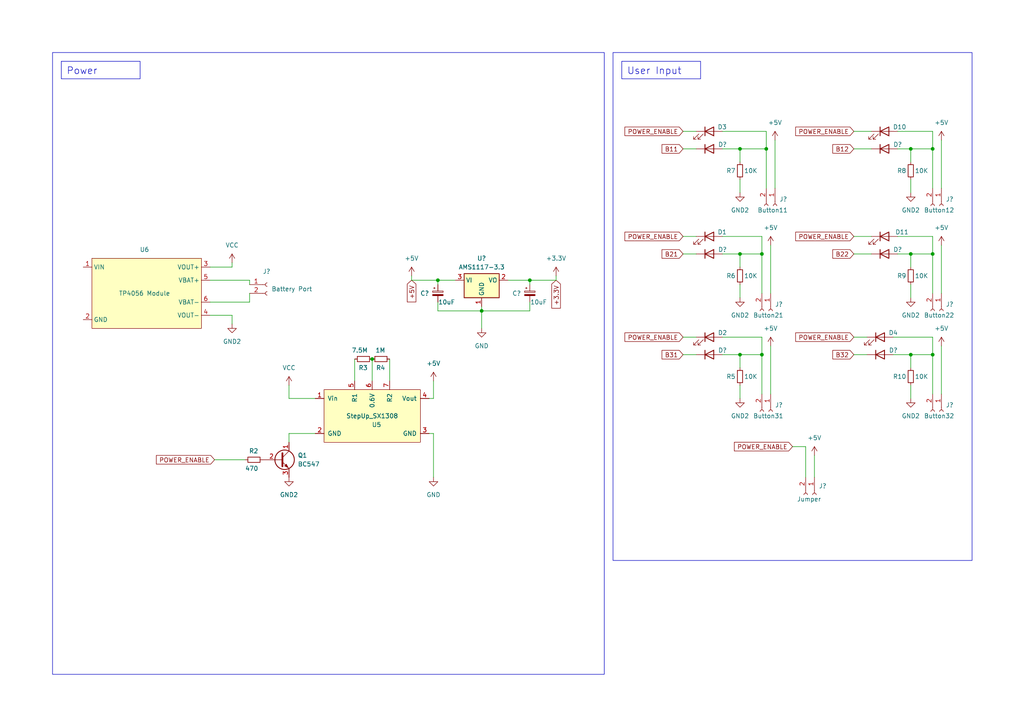
<source format=kicad_sch>
(kicad_sch (version 20230121) (generator eeschema)
  (paper "A4")
  (title_block (title "Power Management for Garage Remote") (date "2023-08-14") (rev "1.0.0") (company "Pablo Ortiz López") (comment 1 "Rechargeable, Li-Po battery based PSU with 2µA quiescient current") (comment 2 "ortizma.com"))
  (lib_symbols
    (symbol "00_Symbols:StepUp_SX1308" (pin_names (offset 1.016))
      (property "Reference" "U" (at 3.81 -7.62 0))
      (property "Value" "StepUp SX1308" (at 6.35 -5.08 0))
      (symbol "StepUp_SX1308_1_1"
        (rectangle (start -7.62 2.54) (end 20.32 -12.7) (fill (type background)))
        (pin power_in line (at -10.16 0 0) (length 2.54) (name "Vin") (number "1"))
        (pin power_in line (at -10.16 -10.16 0) (length 2.54) (name "GND") (number "2"))
        (pin power_in line (at 22.86 -10.16 180) (length 2.54) (name "GND") (number "3"))
        (pin power_out line (at 22.86 0 180) (length 2.54) (name "Vout") (number "4"))
        (pin output line (at 1.27 5.08 270) (length 2.54) (name "R1") (number "5"))
        (pin input line (at 6.35 5.08 270) (length 2.54) (name "0.6V") (number "6"))
        (pin output line (at 11.43 5.08 270) (length 2.54) (name "R2") (number "7"))
      )
    )
    (symbol "00_Symbols:TP4056_Module"
      (property "Reference" "U" (at -2.54 -1.27 0))
      (property "Value" "TP4056 Module" (at 0 -12.7 0))
      (symbol "TP4056_Module_1_1"
        (rectangle (start -15.24 -2.54) (end 16.51 -22.86) (fill (type background)))
        (pin input line (at -17.78 -5.08 0) (length 2.54) (name "VIN") (number "1"))
        (pin input line (at -17.78 -20.32 0) (length 2.54) (name "GND") (number "2"))
        (pin output line (at 19.05 -5.08 180) (length 2.54) (name "VOUT+") (number "3"))
        (pin output line (at 19.05 -19.05 180) (length 2.54) (name "VOUT-") (number "4"))
        (pin output line (at 19.05 -8.89 180) (length 2.54) (name "VBAT+") (number "5"))
        (pin output line (at 19.05 -15.24 180) (length 2.54) (name "VBAT-") (number "6"))
      )
    )
    (symbol "Connector:Conn_01x02_Socket" (pin_names (offset 1.016) hide)
      (property "Reference" "J" (at 0 2.54 0))
      (property "Value" "Conn_01x02_Socket" (at 0 -5.08 0))
      (symbol "Conn_01x02_Socket_1_1"
        (arc (start 0 -2.032) (mid -0.5058 -2.54) (end 0 -3.048) (stroke (width 0.1524)))
        (polyline (pts (xy -1.27 -2.54) (xy -0.508 -2.54)) (stroke (width 0.1524)))
        (polyline (pts (xy -1.27 0) (xy -0.508 0)) (stroke (width 0.1524)))
        (arc (start 0 0.508) (mid -0.5058 0) (end 0 -0.508) (stroke (width 0.1524)))
        (pin passive line (at -5.08 0 0) (length 3.81) (name "Pin_1") (number "1"))
        (pin passive line (at -5.08 -2.54 0) (length 3.81) (name "Pin_2") (number "2"))
      )
    )
    (symbol "Device:C_Polarized_Small" (pin_numbers hide) (pin_names (offset 0.254) hide)
      (property "Reference" "C" (at 0.254 1.778 0))
      (property "Value" "C_Polarized_Small" (at 0.254 -2.032 0))
      (symbol "C_Polarized_Small_0_1"
        (rectangle (start -1.524 -0.3048) (end 1.524 -0.6858) (fill (type outline)))
        (rectangle (start -1.524 0.6858) (end 1.524 0.3048))
        (polyline (pts (xy -1.27 1.524) (xy -0.762 1.524)))
        (polyline (pts (xy -1.016 1.27) (xy -1.016 1.778)))
      )
      (symbol "C_Polarized_Small_1_1"
        (pin passive line (at 0 2.54 270) (length 1.8542) (name "~") (number "1"))
        (pin passive line (at 0 -2.54 90) (length 1.8542) (name "~") (number "2"))
      )
    )
    (symbol "Device:LED" (pin_numbers hide) (pin_names (offset 1.016) hide)
      (property "Reference" "D" (at 0 2.54 0))
      (property "Value" "LED" (at 0 -2.54 0))
      (symbol "LED_0_1"
        (polyline (pts (xy -1.27 -1.27) (xy -1.27 1.27)) (stroke (width 0.254)))
        (polyline (pts (xy -1.27 0) (xy 1.27 0)))
        (polyline (pts (xy 1.27 -1.27) (xy 1.27 1.27) (xy -1.27 0) (xy 1.27 -1.27)) (stroke (width 0.254)))
        (polyline (pts (xy -3.048 -0.762) (xy -4.572 -2.286) (xy -3.81 -2.286) (xy -4.572 -2.286) (xy -4.572 -1.524)))
        (polyline (pts (xy -1.778 -0.762) (xy -3.302 -2.286) (xy -2.54 -2.286) (xy -3.302 -2.286) (xy -3.302 -1.524)))
      )
      (symbol "LED_1_1"
        (pin passive line (at -3.81 0 0) (length 2.54) (name "K") (number "1"))
        (pin passive line (at 3.81 0 180) (length 2.54) (name "A") (number "2"))
      )
    )
    (symbol "Device:R_Small" (pin_numbers hide) (pin_names (offset 0.254) hide)
      (property "Reference" "R" (at 0.762 0.508 0))
      (property "Value" "R_Small" (at 0.762 -1.016 0))
      (symbol "R_Small_0_1"
        (rectangle (start -0.762 1.778) (end 0.762 -1.778) (stroke (width 0.2032)))
      )
      (symbol "R_Small_1_1"
        (pin passive line (at 0 2.54 270) (length 0.762) (name "~") (number "1"))
        (pin passive line (at 0 -2.54 90) (length 0.762) (name "~") (number "2"))
      )
    )
    (symbol "Diode:1N4001" (pin_numbers hide) (pin_names hide)
      (property "Reference" "D" (at 0 2.54 0))
      (property "Value" "1N4001" (at 0 -2.54 0))
      (symbol "1N4001_0_1"
        (polyline (pts (xy -1.27 1.27) (xy -1.27 -1.27)) (stroke (width 0.254)))
        (polyline (pts (xy 1.27 0) (xy -1.27 0)))
        (polyline (pts (xy 1.27 1.27) (xy 1.27 -1.27) (xy -1.27 0) (xy 1.27 1.27)) (stroke (width 0.254)))
      )
      (symbol "1N4001_1_1"
        (pin passive line (at -3.81 0 0) (length 2.54) (name "K") (number "1"))
        (pin passive line (at 3.81 0 180) (length 2.54) (name "A") (number "2"))
      )
    )
    (symbol "Regulator_Linear:AMS1117-3.3"
      (property "Reference" "U" (at -3.81 3.175 0))
      (property "Value" "AMS1117-3.3" (at 0 3.175 0))
      (symbol "AMS1117-3.3_0_1"
        (rectangle (start -5.08 -5.08) (end 5.08 1.905) (stroke (width 0.254)) (fill (type background)))
      )
      (symbol "AMS1117-3.3_1_1"
        (pin power_in line (at 0 -7.62 90) (length 2.54) (name "GND") (number "1"))
        (pin power_out line (at 7.62 0 180) (length 2.54) (name "VO") (number "2"))
        (pin power_in line (at -7.62 0 0) (length 2.54) (name "VI") (number "3"))
      )
    )
    (symbol "Transistor_BJT:BC547" (pin_names (offset 0) hide)
      (property "Reference" "Q" (at 5.08 1.905 0))
      (property "Value" "BC547" (at 5.08 0 0))
      (symbol "BC547_0_1"
        (polyline (pts (xy 0 0) (xy 0.635 0)))
        (polyline (pts (xy 0.635 0.635) (xy 2.54 2.54)))
        (polyline (pts (xy 0.635 -0.635) (xy 2.54 -2.54) (xy 2.54 -2.54)))
        (polyline (pts (xy 0.635 1.905) (xy 0.635 -1.905) (xy 0.635 -1.905)) (stroke (width 0.508)))
        (polyline (pts (xy 1.27 -1.778) (xy 1.778 -1.27) (xy 2.286 -2.286) (xy 1.27 -1.778) (xy 1.27 -1.778)) (fill (type outline)))
        (circle (center 1.27 0) (radius 2.8194) (stroke (width 0.254)))
      )
      (symbol "BC547_1_1"
        (pin passive line (at 2.54 5.08 270) (length 2.54) (name "C") (number "1"))
        (pin input line (at -5.08 0 0) (length 5.08) (name "B") (number "2"))
        (pin passive line (at 2.54 -5.08 90) (length 2.54) (name "E") (number "3"))
      )
    )
    (symbol "power:+3.3V" (power) (pin_names (offset 0))
      (property "Value" "+3.3V" (at 0 3.556 0))
      (symbol "+3.3V_0_1"
        (polyline (pts (xy -0.762 1.27) (xy 0 2.54)))
        (polyline (pts (xy 0 0) (xy 0 2.54)))
        (polyline (pts (xy 0 2.54) (xy 0.762 1.27)))
      )
      (symbol "+3.3V_1_1"
        (pin power_in line (at 0 0 90) (length 0) hide (name "+3.3V") (number "1"))
      )
    )
    (symbol "power:+5V" (power) (pin_names (offset 0))
      (property "Value" "+5V" (at 0 3.556 0))
      (symbol "+5V_0_1"
        (polyline (pts (xy -0.762 1.27) (xy 0 2.54)))
        (polyline (pts (xy 0 0) (xy 0 2.54)))
        (polyline (pts (xy 0 2.54) (xy 0.762 1.27)))
      )
      (symbol "+5V_1_1"
        (pin power_in line (at 0 0 90) (length 0) hide (name "+5V") (number "1"))
      )
    )
    (symbol "power:GND" (power) (pin_names (offset 0))
      (property "Value" "GND" (at 0 -3.81 0))
      (symbol "GND_0_1"
        (polyline (pts (xy 0 0) (xy 0 -1.27) (xy 1.27 -1.27) (xy 0 -2.54) (xy -1.27 -1.27) (xy 0 -1.27)))
      )
      (symbol "GND_1_1"
        (pin power_in line (at 0 0 270) (length 0) hide (name "GND") (number "1"))
      )
    )
    (symbol "power:GND2" (power) (pin_names (offset 0))
      (property "Value" "GND2" (at 0 -3.81 0))
      (symbol "GND2_0_1"
        (polyline (pts (xy 0 0) (xy 0 -1.27) (xy 1.27 -1.27) (xy 0 -2.54) (xy -1.27 -1.27) (xy 0 -1.27)))
      )
      (symbol "GND2_1_1"
        (pin power_in line (at 0 0 270) (length 0) hide (name "GND2") (number "1"))
      )
    )
    (symbol "power:VCC" (power) (pin_names (offset 0))
      (property "Value" "VCC" (at 0 3.81 0))
      (symbol "VCC_0_1"
        (polyline (pts (xy -0.762 1.27) (xy 0 2.54)))
        (polyline (pts (xy 0 0) (xy 0 2.54)))
        (polyline (pts (xy 0 2.54) (xy 0.762 1.27)))
      )
      (symbol "VCC_1_1"
        (pin power_in line (at 0 0 90) (length 0) hide (name "VCC") (number "1"))
      )
    )
  )
  (junction (at 264.16 73.66))
  (junction (at 270.51 43.18))
  (junction (at 107.95 104.14))
  (junction (at 222.25 43.18))
  (junction (at 264.16 43.18))
  (junction (at 214.63 73.66))
  (junction (at 153.67 81.28))
  (junction (at 270.51 73.66))
  (junction (at 127 81.28))
  (junction (at 139.7 90.17))
  (junction (at 214.63 102.87))
  (junction (at 270.51 102.87))
  (junction (at 220.98 73.66))
  (junction (at 220.98 102.87))
  (junction (at 214.63 43.18))
  (junction (at 264.16 102.87))
  (wire (pts (xy 233.68 129.54) (xy 233.68 138.43)))
  (wire (pts (xy 214.63 43.18) (xy 222.25 43.18)))
  (wire (pts (xy 198.12 68.58) (xy 201.93 68.58)))
  (wire (pts (xy 273.05 100.33) (xy 273.05 114.3)))
  (wire (pts (xy 214.63 73.66) (xy 214.63 77.47)))
  (wire (pts (xy 209.55 43.18) (xy 214.63 43.18)))
  (wire (pts (xy 223.52 71.12) (xy 223.52 85.09)))
  (wire (pts (xy 72.39 87.63) (xy 72.39 85.09)))
  (wire (pts (xy 91.44 115.57) (xy 83.82 115.57)))
  (wire (pts (xy 270.51 97.79) (xy 259.08 97.79)))
  (wire (pts (xy 260.35 73.66) (xy 264.16 73.66)))
  (wire (pts (xy 214.63 102.87) (xy 220.98 102.87)))
  (wire (pts (xy 83.82 125.73) (xy 91.44 125.73)))
  (wire (pts (xy 153.67 81.28) (xy 147.32 81.28)))
  (wire (pts (xy 67.31 91.44) (xy 67.31 93.98)))
  (wire (pts (xy 247.65 38.1) (xy 252.73 38.1)))
  (wire (pts (xy 247.65 73.66) (xy 252.73 73.66)))
  (wire (pts (xy 209.55 102.87) (xy 214.63 102.87)))
  (wire (pts (xy 264.16 43.18) (xy 264.16 46.99)))
  (wire (pts (xy 102.87 104.14) (xy 102.87 110.49)))
  (wire (pts (xy 161.29 81.28) (xy 153.67 81.28)))
  (wire (pts (xy 247.65 43.18) (xy 252.73 43.18)))
  (wire (pts (xy 119.38 81.28) (xy 127 81.28)))
  (wire (pts (xy 223.52 100.33) (xy 223.52 114.3)))
  (wire (pts (xy 220.98 102.87) (xy 220.98 114.3)))
  (wire (pts (xy 220.98 97.79) (xy 209.55 97.79)))
  (wire (pts (xy 214.63 52.07) (xy 214.63 55.88)))
  (wire (pts (xy 127 81.28) (xy 132.08 81.28)))
  (wire (pts (xy 259.08 102.87) (xy 264.16 102.87)))
  (wire (pts (xy 198.12 97.79) (xy 201.93 97.79)))
  (wire (pts (xy 198.12 73.66) (xy 201.93 73.66)))
  (wire (pts (xy 127 87.63) (xy 127 90.17)))
  (wire (pts (xy 264.16 102.87) (xy 264.16 106.68)))
  (wire (pts (xy 273.05 71.12) (xy 273.05 85.09)))
  (wire (pts (xy 125.73 115.57) (xy 124.46 115.57)))
  (wire (pts (xy 270.51 97.79) (xy 270.51 102.87)))
  (wire (pts (xy 125.73 125.73) (xy 125.73 138.43)))
  (wire (pts (xy 214.63 102.87) (xy 214.63 106.68)))
  (wire (pts (xy 153.67 82.55) (xy 153.67 81.28)))
  (wire (pts (xy 161.29 80.01) (xy 161.29 81.28)))
  (wire (pts (xy 224.79 40.64) (xy 224.79 54.61)))
  (wire (pts (xy 222.25 38.1) (xy 209.55 38.1)))
  (wire (pts (xy 127 90.17) (xy 139.7 90.17)))
  (wire (pts (xy 220.98 68.58) (xy 209.55 68.58)))
  (wire (pts (xy 264.16 43.18) (xy 270.51 43.18)))
  (wire (pts (xy 209.55 73.66) (xy 214.63 73.66)))
  (wire (pts (xy 107.95 104.14) (xy 107.95 110.49)))
  (wire (pts (xy 198.12 102.87) (xy 201.93 102.87)))
  (wire (pts (xy 229.87 129.54) (xy 233.68 129.54)))
  (wire (pts (xy 270.51 73.66) (xy 270.51 85.09)))
  (wire (pts (xy 113.03 104.14) (xy 113.03 110.49)))
  (wire (pts (xy 214.63 111.76) (xy 214.63 115.57)))
  (wire (pts (xy 60.96 87.63) (xy 72.39 87.63)))
  (wire (pts (xy 119.38 80.01) (xy 119.38 81.28)))
  (wire (pts (xy 67.31 76.2) (xy 67.31 77.47)))
  (wire (pts (xy 247.65 102.87) (xy 251.46 102.87)))
  (wire (pts (xy 264.16 102.87) (xy 270.51 102.87)))
  (wire (pts (xy 247.65 97.79) (xy 251.46 97.79)))
  (wire (pts (xy 220.98 97.79) (xy 220.98 102.87)))
  (wire (pts (xy 270.51 68.58) (xy 260.35 68.58)))
  (wire (pts (xy 67.31 77.47) (xy 60.96 77.47)))
  (wire (pts (xy 139.7 88.9) (xy 139.7 90.17)))
  (wire (pts (xy 270.51 68.58) (xy 270.51 73.66)))
  (wire (pts (xy 273.05 40.64) (xy 273.05 54.61)))
  (wire (pts (xy 270.51 38.1) (xy 270.51 43.18)))
  (wire (pts (xy 220.98 73.66) (xy 220.98 85.09)))
  (wire (pts (xy 72.39 81.28) (xy 72.39 82.55)))
  (wire (pts (xy 220.98 68.58) (xy 220.98 73.66)))
  (wire (pts (xy 214.63 82.55) (xy 214.63 86.36)))
  (wire (pts (xy 270.51 38.1) (xy 260.35 38.1)))
  (wire (pts (xy 214.63 73.66) (xy 220.98 73.66)))
  (wire (pts (xy 127 82.55) (xy 127 81.28)))
  (wire (pts (xy 236.22 132.08) (xy 236.22 138.43)))
  (wire (pts (xy 214.63 43.18) (xy 214.63 46.99)))
  (wire (pts (xy 264.16 73.66) (xy 270.51 73.66)))
  (wire (pts (xy 264.16 82.55) (xy 264.16 86.36)))
  (wire (pts (xy 60.96 91.44) (xy 67.31 91.44)))
  (wire (pts (xy 198.12 38.1) (xy 201.93 38.1)))
  (wire (pts (xy 198.12 43.18) (xy 201.93 43.18)))
  (wire (pts (xy 62.23 133.35) (xy 71.12 133.35)))
  (wire (pts (xy 247.65 68.58) (xy 252.73 68.58)))
  (wire (pts (xy 83.82 115.57) (xy 83.82 111.76)))
  (wire (pts (xy 153.67 87.63) (xy 153.67 90.17)))
  (wire (pts (xy 60.96 81.28) (xy 72.39 81.28)))
  (wire (pts (xy 153.67 90.17) (xy 139.7 90.17)))
  (wire (pts (xy 264.16 111.76) (xy 264.16 115.57)))
  (wire (pts (xy 124.46 125.73) (xy 125.73 125.73)))
  (wire (pts (xy 222.25 38.1) (xy 222.25 43.18)))
  (wire (pts (xy 264.16 52.07) (xy 264.16 55.88)))
  (wire (pts (xy 139.7 90.17) (xy 139.7 95.25)))
  (wire (pts (xy 270.51 102.87) (xy 270.51 114.3)))
  (wire (pts (xy 264.16 73.66) (xy 264.16 77.47)))
  (wire (pts (xy 125.73 110.49) (xy 125.73 115.57)))
  (wire (pts (xy 260.35 43.18) (xy 264.16 43.18)))
  (wire (pts (xy 270.51 43.18) (xy 270.51 54.61)))
  (wire (pts (xy 222.25 43.18) (xy 222.25 54.61)))
  (wire (pts (xy 83.82 125.73) (xy 83.82 128.27)))
  (rectangle (start 15.24 15.24) (end 175.26 195.58))
  (rectangle (start 177.8 15.24) (end 281.94 162.56))
  (text_box "User Input" (at 180.34 17.78 0) (size 22.86 5.08) (effects (font (size 2 2)) (justify left top)))
  (text_box "Power" (at 17.78 17.78 0) (size 22.86 5.08) (effects (font (size 2 2)) (justify left top)))
  (global_label "B32" (shape input) (at 247.65 102.87 180) (property "Intersheetrefs" "${INTERSHEET_REFS}" (effects hide)))
  (global_label "B31" (shape input) (at 198.12 102.87 180) (property "Intersheetrefs" "${INTERSHEET_REFS}" (effects hide)))
  (global_label "POWER_ENABLE" (shape input) (at 247.65 68.58 180) (property "Intersheetrefs" "${INTERSHEET_REFS}" (effects hide)))
  (global_label "+5V" (shape input) (at 119.38 81.28 270) (property "Intersheetrefs" "${INTERSHEET_REFS}" (effects hide)))
  (global_label "B21" (shape input) (at 198.12 73.66 180) (property "Intersheetrefs" "${INTERSHEET_REFS}" (effects hide)))
  (global_label "POWER_ENABLE" (shape input) (at 247.65 97.79 180) (property "Intersheetrefs" "${INTERSHEET_REFS}" (effects hide)))
  (global_label "POWER_ENABLE" (shape input) (at 62.23 133.35 180) (property "Intersheetrefs" "${INTERSHEET_REFS}" (effects hide)))
  (global_label "POWER_ENABLE" (shape input) (at 198.12 38.1 180) (property "Intersheetrefs" "${INTERSHEET_REFS}" (effects hide)))
  (global_label "B22" (shape input) (at 247.65 73.66 180) (property "Intersheetrefs" "${INTERSHEET_REFS}" (effects hide)))
  (global_label "+3.3V" (shape input) (at 161.29 81.28 270) (property "Intersheetrefs" "${INTERSHEET_REFS}" (effects hide)))
  (global_label "POWER_ENABLE" (shape input) (at 198.12 97.79 180) (property "Intersheetrefs" "${INTERSHEET_REFS}" (effects hide)))
  (global_label "B12" (shape input) (at 247.65 43.18 180) (property "Intersheetrefs" "${INTERSHEET_REFS}" (effects hide)))
  (global_label "POWER_ENABLE" (shape input) (at 229.87 129.54 180) (property "Intersheetrefs" "${INTERSHEET_REFS}" (effects hide)))
  (global_label "POWER_ENABLE" (shape input) (at 198.12 68.58 180) (property "Intersheetrefs" "${INTERSHEET_REFS}" (effects hide)))
  (global_label "POWER_ENABLE" (shape input) (at 247.65 38.1 180) (property "Intersheetrefs" "${INTERSHEET_REFS}" (effects hide)))
  (global_label "B11" (shape input) (at 198.12 43.18 180) (property "Intersheetrefs" "${INTERSHEET_REFS}" (effects hide)))
  (symbol (lib_id "power:+5V") (at 236.22 132.08 0) (unit 1)
    (property "Reference" "#PWR?" (effects hide))
    (property "Value" "+5V" (at 236.22 127 0))
    (instances (project "GarageRemote" (path "" (reference "#PWR?") (unit 1)) (path "" (reference "#PWR053") (unit 1))))
  )
  (symbol (lib_id "power:GND2") (at 83.82 138.43 0) (unit 1)
    (property "Reference" "#PWR056" (effects hide))
    (property "Value" "GND2" (at 83.82 143.51 0))
  )
  (symbol (lib_id "Device:C_Polarized_Small") (at 153.67 85.09 0) (unit 1)
    (property "Reference" "C?" (at 149.86 85.09 0))
    (property "Value" "10uF" (at 156.21 87.63 0))
    (property "Footprint" "Capacitor_SMD:CP_Elec_6.3x4.9" (effects hide))
    (instances (project "GarageRemote" (path "" (reference "C?") (unit 1)) (path "" (reference "C23") (unit 1))))
  )
  (symbol (lib_id "power:+5V") (at 273.05 71.12 0) (unit 1)
    (property "Reference" "#PWR?" (effects hide))
    (property "Value" "+5V" (at 273.05 66.04 0))
    (instances (project "GarageRemote" (path "" (reference "#PWR?") (unit 1)) (path "" (reference "#PWR052") (unit 1))))
  )
  (symbol (lib_id "Connector:Conn_01x02_Socket") (at 273.05 119.38 270) (unit 1)
    (property "Reference" "J?" (at 274.32 117.475 90) (effects (justify left)))
    (property "Value" "Button32" (at 267.97 120.65 90) (effects (justify left)))
    (property "Footprint" "AA_Footprints:4.5mm switch" (effects hide))
    (instances (project "GarageRemote" (path "" (reference "J?") (unit 1)) (path "" (reference "J7") (unit 1))))
  )
  (symbol (lib_id "Device:LED") (at 205.74 97.79 0) (unit 1)
    (property "Reference" "D2" (at 209.55 96.52 0))
    (property "Value" "LED" (effects hide))
    (property "Footprint" "LED_SMD:LED_1206_3216Metric_Pad1.42x1.75mm_HandSolder" (effects hide))
  )
  (symbol (lib_id "Diode:1N4001") (at 205.74 73.66 0) (unit 1)
    (property "Reference" "D?" (at 208.28 72.39 0) (effects (justify left)))
    (property "Value" "1N4001" (effects hide))
    (property "Footprint" "Diode_SMD:D_SMA_Handsoldering" (effects hide))
    (property "Datasheet" "http://www.vishay.com/docs/88503/1n4001.pdf" (effects hide))
    (property "Sim.Device" "D" (effects hide))
    (property "Sim.Pins" "1=K 2=A" (effects hide))
    (instances (project "GarageRemote" (path "" (reference "D?") (unit 1)) (path "" (reference "D5") (unit 1))))
  )
  (symbol (lib_id "power:GND2") (at 264.16 55.88 0) (unit 1)
    (property "Reference" "#PWR048" (effects hide))
    (property "Value" "GND2" (at 264.16 60.96 0))
  )
  (symbol (lib_id "Diode:1N4001") (at 205.74 43.18 0) (unit 1)
    (property "Reference" "D?" (at 208.28 41.91 0) (effects (justify left)))
    (property "Value" "1N4001" (effects hide))
    (property "Footprint" "Diode_SMD:D_SMA_Handsoldering" (effects hide))
    (property "Datasheet" "http://www.vishay.com/docs/88503/1n4001.pdf" (effects hide))
    (property "Sim.Device" "D" (effects hide))
    (property "Sim.Pins" "1=K 2=A" (effects hide))
    (instances (project "GarageRemote" (path "" (reference "D?") (unit 1)) (path "" (reference "D9") (unit 1))))
  )
  (symbol (lib_id "power:+5V") (at 273.05 100.33 0) (unit 1)
    (property "Reference" "#PWR?" (effects hide))
    (property "Value" "+5V" (at 273.05 95.25 0))
    (instances (project "GarageRemote" (path "" (reference "#PWR?") (unit 1)) (path "" (reference "#PWR060") (unit 1))))
  )
  (symbol (lib_id "Diode:1N4001") (at 205.74 102.87 0) (unit 1)
    (property "Reference" "D?" (at 208.28 101.6 0) (effects (justify left)))
    (property "Value" "1N4001" (effects hide))
    (property "Footprint" "Diode_SMD:D_SMA_Handsoldering" (effects hide))
    (property "Datasheet" "http://www.vishay.com/docs/88503/1n4001.pdf" (effects hide))
    (property "Sim.Device" "D" (effects hide))
    (property "Sim.Pins" "1=K 2=A" (effects hide))
    (instances (project "GarageRemote" (path "" (reference "D?") (unit 1)) (path "" (reference "D7") (unit 1))))
  )
  (symbol (lib_id "Diode:1N4001") (at 256.54 73.66 0) (unit 1)
    (property "Reference" "D?" (at 259.08 72.39 0) (effects (justify left)))
    (property "Value" "1N4001" (effects hide))
    (property "Footprint" "Diode_SMD:D_SMA_Handsoldering" (effects hide))
    (property "Datasheet" "http://www.vishay.com/docs/88503/1n4001.pdf" (effects hide))
    (property "Sim.Device" "D" (effects hide))
    (property "Sim.Pins" "1=K 2=A" (effects hide))
    (instances (project "GarageRemote" (path "" (reference "D?") (unit 1)) (path "" (reference "D15") (unit 1))))
  )
  (symbol (lib_id "power:GND") (at 125.73 138.43 0) (unit 1)
    (property "Reference" "#PWR?" (effects hide))
    (property "Value" "GND" (at 125.73 143.51 0))
    (instances (project "GarageRemote" (path "" (reference "#PWR?") (unit 1)) (path "" (reference "#PWR055") (unit 1))))
  )
  (symbol (lib_id "Connector:Conn_01x02_Socket") (at 273.05 90.17 270) (unit 1)
    (property "Reference" "J?" (at 274.32 88.265 90) (effects (justify left)))
    (property "Value" "Button22" (at 267.97 91.44 90) (effects (justify left)))
    (property "Footprint" "AA_Footprints:4.5mm switch" (effects hide))
    (instances (project "GarageRemote" (path "" (reference "J?") (unit 1)) (path "" (reference "J9") (unit 1))))
  )
  (symbol (lib_id "power:GND2") (at 264.16 115.57 0) (unit 1)
    (property "Reference" "#PWR050" (effects hide))
    (property "Value" "GND2" (at 264.16 120.65 0))
  )
  (symbol (lib_id "Diode:1N4001") (at 255.27 102.87 0) (unit 1)
    (property "Reference" "D?" (at 257.81 101.6 0) (effects (justify left)))
    (property "Value" "1N4001" (effects hide))
    (property "Footprint" "Diode_SMD:D_SMA_Handsoldering" (effects hide))
    (property "Datasheet" "http://www.vishay.com/docs/88503/1n4001.pdf" (effects hide))
    (property "Sim.Device" "D" (effects hide))
    (property "Sim.Pins" "1=K 2=A" (effects hide))
    (instances (project "GarageRemote" (path "" (reference "D?") (unit 1)) (path "" (reference "D6") (unit 1))))
  )
  (symbol (lib_id "Connector:Conn_01x02_Socket") (at 273.05 59.69 270) (unit 1)
    (property "Reference" "J?" (at 274.32 57.785 90) (effects (justify left)))
    (property "Value" "Button12" (at 267.97 60.96 90) (effects (justify left)))
    (property "Footprint" "AA_Footprints:4.5mm switch" (effects hide))
    (instances (project "GarageRemote" (path "" (reference "J?") (unit 1)) (path "" (reference "J8") (unit 1))))
  )
  (symbol (lib_id "power:+5V") (at 223.52 71.12 0) (unit 1)
    (property "Reference" "#PWR?" (effects hide))
    (property "Value" "+5V" (at 223.52 66.04 0))
    (instances (project "GarageRemote" (path "" (reference "#PWR?") (unit 1)) (path "" (reference "#PWR045") (unit 1))))
  )
  (symbol (lib_id "Device:R_Small") (at 214.63 49.53 180) (unit 1)
    (property "Reference" "R7" (at 213.36 49.53 0) (effects (justify left)))
    (property "Value" "10K" (at 219.71 49.53 0) (effects (justify left)))
    (property "Footprint" "Resistor_SMD:R_1206_3216Metric_Pad1.30x1.75mm_HandSolder" (effects hide))
  )
  (symbol (lib_id "Device:LED") (at 256.54 38.1 0) (unit 1)
    (property "Reference" "D10" (at 262.89 36.83 0) (effects (justify right)))
    (property "Value" "LED" (effects hide))
    (property "Footprint" "LED_SMD:LED_1206_3216Metric_Pad1.42x1.75mm_HandSolder" (effects hide))
  )
  (symbol (lib_id "power:GND") (at 139.7 95.25 0) (unit 1)
    (property "Reference" "#PWR?" (effects hide))
    (property "Value" "GND" (at 139.7 100.33 0))
    (instances (project "GarageRemote" (path "" (reference "#PWR?") (unit 1)) (path "" (reference "#PWR038") (unit 1))))
  )
  (symbol (lib_id "power:GND2") (at 214.63 115.57 0) (unit 1)
    (property "Reference" "#PWR042" (effects hide))
    (property "Value" "GND2" (at 214.63 120.65 0))
  )
  (symbol (lib_id "power:VCC") (at 83.82 111.76 0) (unit 1)
    (property "Reference" "#PWR057" (effects hide))
    (property "Value" "VCC" (at 83.82 106.68 0))
  )
  (symbol (lib_id "00_Symbols:StepUp_SX1308") (at 101.6 115.57 0) (unit 1)
    (property "Reference" "U5" (at 109.22 123.19 0))
    (property "Value" "StepUp_SX1308" (at 107.95 120.65 0))
    (property "Footprint" "AA_Footprints:StepUp_SX1308" (effects hide))
  )
  (symbol (lib_id "power:+5V") (at 125.73 110.49 0) (unit 1)
    (property "Reference" "#PWR?" (effects hide))
    (property "Value" "+5V" (at 125.73 105.41 0))
    (instances (project "GarageRemote" (path "" (reference "#PWR?") (unit 1)) (path "" (reference "#PWR054") (unit 1))))
  )
  (symbol (lib_id "Device:R_Small") (at 214.63 109.22 180) (unit 1)
    (property "Reference" "R5" (at 213.36 109.22 0) (effects (justify left)))
    (property "Value" "10K" (at 219.71 109.22 0) (effects (justify left)))
    (property "Footprint" "Resistor_SMD:R_1206_3216Metric_Pad1.30x1.75mm_HandSolder" (effects hide))
  )
  (symbol (lib_id "00_Symbols:TP4056_Module") (at 41.91 72.39 0) (unit 1)
    (property "Reference" "U6" (at 41.91 72.39 0))
    (property "Value" "TP4056 Module" (at 41.91 85.09 0))
    (property "Footprint" "AA_Footprints:TP4056-Module" (effects hide))
  )
  (symbol (lib_id "power:+5V") (at 273.05 40.64 0) (unit 1)
    (property "Reference" "#PWR?" (effects hide))
    (property "Value" "+5V" (at 273.05 35.56 0))
    (instances (project "GarageRemote" (path "" (reference "#PWR?") (unit 1)) (path "" (reference "#PWR051") (unit 1))))
  )
  (symbol (lib_id "power:+3.3V") (at 161.29 80.01 0) (unit 1)
    (property "Reference" "#PWR?" (effects hide))
    (property "Value" "+3.3V" (at 161.29 74.93 0))
    (instances (project "GarageRemote" (path "" (reference "#PWR?") (unit 1)) (path "" (reference "#PWR041") (unit 1))))
  )
  (symbol (lib_id "Device:LED") (at 205.74 68.58 0) (unit 1)
    (property "Reference" "D1" (at 210.82 67.31 0) (effects (justify right)))
    (property "Value" "LED" (effects hide))
    (property "Footprint" "LED_SMD:LED_1206_3216Metric_Pad1.42x1.75mm_HandSolder" (effects hide))
  )
  (symbol (lib_id "power:+5V") (at 224.79 40.64 0) (unit 1)
    (property "Reference" "#PWR?" (effects hide))
    (property "Value" "+5V" (at 224.79 35.56 0))
    (instances (project "GarageRemote" (path "" (reference "#PWR?") (unit 1)) (path "" (reference "#PWR047") (unit 1))))
  )
  (symbol (lib_id "power:+5V") (at 223.52 100.33 0) (unit 1)
    (property "Reference" "#PWR?" (effects hide))
    (property "Value" "+5V" (at 223.52 95.25 0))
    (instances (project "GarageRemote" (path "" (reference "#PWR?") (unit 1)) (path "" (reference "#PWR046") (unit 1))))
  )
  (symbol (lib_id "power:+5V") (at 119.38 80.01 0) (unit 1)
    (property "Reference" "#PWR?" (effects hide))
    (property "Value" "+5V" (at 119.38 74.93 0))
    (instances (project "GarageRemote" (path "" (reference "#PWR?") (unit 1)) (path "" (reference "#PWR035") (unit 1))))
  )
  (symbol (lib_id "power:VCC") (at 67.31 76.2 0) (unit 1)
    (property "Reference" "#PWR058" (effects hide))
    (property "Value" "VCC" (at 67.31 71.12 0))
  )
  (symbol (lib_id "Device:R_Small") (at 105.41 104.14 90) (unit 1)
    (property "Reference" "R3" (at 106.68 106.68 90) (effects (justify left)))
    (property "Value" "7.5M" (at 106.68 101.6 90) (effects (justify left)))
    (property "Footprint" "Resistor_SMD:R_0805_2012Metric_Pad1.20x1.40mm_HandSolder" (effects hide))
  )
  (symbol (lib_id "Device:R_Small") (at 214.63 80.01 180) (unit 1)
    (property "Reference" "R6" (at 213.36 80.01 0) (effects (justify left)))
    (property "Value" "10K" (at 219.71 80.01 0) (effects (justify left)))
    (property "Footprint" "Resistor_SMD:R_1206_3216Metric_Pad1.30x1.75mm_HandSolder" (effects hide))
  )
  (symbol (lib_id "Connector:Conn_01x02_Socket") (at 77.47 82.55 0) (unit 1)
    (property "Reference" "J?" (at 76.2 78.74 0) (effects (justify left)))
    (property "Value" "Battery Port" (at 78.74 83.82 0) (effects (justify left)))
    (property "Footprint" "Connector_JST:JST_PH_B2B-PH-K_1x02_P2.00mm_Vertical" (effects hide))
    (instances (project "GarageRemote" (path "" (reference "J?") (unit 1)) (path "" (reference "J11") (unit 1))))
  )
  (symbol (lib_id "power:GND2") (at 264.16 86.36 0) (unit 1)
    (property "Reference" "#PWR049" (effects hide))
    (property "Value" "GND2" (at 264.16 91.44 0))
  )
  (symbol (lib_id "power:GND2") (at 214.63 86.36 0) (unit 1)
    (property "Reference" "#PWR043" (effects hide))
    (property "Value" "GND2" (at 214.63 91.44 0))
  )
  (symbol (lib_id "power:GND2") (at 67.31 93.98 0) (unit 1)
    (property "Reference" "#PWR059" (effects hide))
    (property "Value" "GND2" (at 67.31 99.06 0))
  )
  (symbol (lib_id "power:GND2") (at 214.63 55.88 0) (unit 1)
    (property "Reference" "#PWR044" (effects hide))
    (property "Value" "GND2" (at 214.63 60.96 0))
  )
  (symbol (lib_id "Device:R_Small") (at 264.16 49.53 180) (unit 1)
    (property "Reference" "R8" (at 262.89 49.53 0) (effects (justify left)))
    (property "Value" "10K" (at 269.24 49.53 0) (effects (justify left)))
    (property "Footprint" "Resistor_SMD:R_1206_3216Metric_Pad1.30x1.75mm_HandSolder" (effects hide))
  )
  (symbol (lib_id "Device:R_Small") (at 264.16 109.22 180) (unit 1)
    (property "Reference" "R10" (at 262.89 109.22 0) (effects (justify left)))
    (property "Value" "10K" (at 269.24 109.22 0) (effects (justify left)))
    (property "Footprint" "Resistor_SMD:R_1206_3216Metric_Pad1.30x1.75mm_HandSolder" (effects hide))
  )
  (symbol (lib_id "Device:C_Polarized_Small") (at 127 85.09 0) (unit 1)
    (property "Reference" "C?" (at 123.19 85.09 0))
    (property "Value" "10uF" (at 129.54 87.63 0))
    (property "Footprint" "Capacitor_SMD:CP_Elec_6.3x4.9" (effects hide))
    (instances (project "GarageRemote" (path "" (reference "C?") (unit 1)) (path "" (reference "C22") (unit 1))))
  )
  (symbol (lib_id "Device:LED") (at 255.27 97.79 0) (unit 1)
    (property "Reference" "D4" (at 259.08 96.52 0))
    (property "Value" "LED" (effects hide))
    (property "Footprint" "LED_SMD:LED_1206_3216Metric_Pad1.42x1.75mm_HandSolder" (effects hide))
  )
  (symbol (lib_id "Transistor_BJT:BC547") (at 81.28 133.35 0) (unit 1)
    (property "Reference" "Q1" (at 86.36 132.08 0) (effects (justify left)))
    (property "Value" "BC547" (at 86.36 134.62 0) (effects (justify left)))
    (property "Footprint" "AA_Footprints:SOT-23-3-BC" (effects hide))
    (property "Datasheet" "https://www.onsemi.com/pub/Collateral/BC550-D.pdf" (effects hide))
  )
  (symbol (lib_id "Device:LED") (at 205.74 38.1 0) (unit 1)
    (property "Reference" "D3" (at 210.82 36.83 0) (effects (justify right)))
    (property "Value" "LED" (effects hide))
    (property "Footprint" "LED_SMD:LED_1206_3216Metric_Pad1.42x1.75mm_HandSolder" (effects hide))
  )
  (symbol (lib_id "Device:LED") (at 256.54 68.58 0) (unit 1)
    (property "Reference" "D11" (at 261.62 67.31 0))
    (property "Value" "LED" (effects hide))
    (property "Footprint" "LED_SMD:LED_1206_3216Metric_Pad1.42x1.75mm_HandSolder" (effects hide))
  )
  (symbol (lib_id "Connector:Conn_01x02_Socket") (at 223.52 90.17 270) (unit 1)
    (property "Reference" "J?" (at 224.79 88.265 90) (effects (justify left)))
    (property "Value" "Button21" (at 218.44 91.44 90) (effects (justify left)))
    (property "Footprint" "AA_Footprints:4.5mm switch" (effects hide))
    (instances (project "GarageRemote" (path "" (reference "J?") (unit 1)) (path "" (reference "J4") (unit 1))))
  )
  (symbol (lib_id "Device:R_Small") (at 264.16 80.01 180) (unit 1)
    (property "Reference" "R9" (at 262.89 80.01 0) (effects (justify left)))
    (property "Value" "10K" (at 269.24 80.01 0) (effects (justify left)))
    (property "Footprint" "Resistor_SMD:R_1206_3216Metric_Pad1.30x1.75mm_HandSolder" (effects hide))
  )
  (symbol (lib_id "Diode:1N4001") (at 256.54 43.18 0) (unit 1)
    (property "Reference" "D?" (at 259.08 41.91 0) (effects (justify left)))
    (property "Value" "1N4001" (effects hide))
    (property "Footprint" "Diode_SMD:D_SMA_Handsoldering" (effects hide))
    (property "Datasheet" "http://www.vishay.com/docs/88503/1n4001.pdf" (effects hide))
    (property "Sim.Device" "D" (effects hide))
    (property "Sim.Pins" "1=K 2=A" (effects hide))
    (instances (project "GarageRemote" (path "" (reference "D?") (unit 1)) (path "" (reference "D13") (unit 1))))
  )
  (symbol (lib_id "Connector:Conn_01x02_Socket") (at 224.79 59.69 270) (unit 1)
    (property "Reference" "J?" (at 226.06 57.785 90) (effects (justify left)))
    (property "Value" "Button11" (at 219.71 60.96 90) (effects (justify left)))
    (property "Footprint" "AA_Footprints:4.5mm switch" (effects hide))
    (instances (project "GarageRemote" (path "" (reference "J?") (unit 1)) (path "" (reference "J6") (unit 1))))
  )
  (symbol (lib_id "Regulator_Linear:AMS1117-3.3") (at 139.7 81.28 0) (unit 1)
    (property "Reference" "U?" (at 139.7 74.93 0))
    (property "Value" "AMS1117-3.3" (at 139.7 77.47 0))
    (property "Footprint" "Package_TO_SOT_SMD:SOT-223-3_TabPin2" (effects hide))
    (property "Datasheet" "http://www.advanced-monolithic.com/pdf/ds1117.pdf" (effects hide))
    (instances (project "GarageRemote" (path "" (reference "U?") (unit 1)) (path "" (reference "U4") (unit 1))))
  )
  (symbol (lib_id "Connector:Conn_01x02_Socket") (at 223.52 119.38 270) (unit 1)
    (property "Reference" "J?" (at 224.79 117.475 90) (effects (justify left)))
    (property "Value" "Button31" (at 218.44 120.65 90) (effects (justify left)))
    (property "Footprint" "AA_Footprints:4.5mm switch" (effects hide))
    (instances (project "GarageRemote" (path "" (reference "J?") (unit 1)) (path "" (reference "J5") (unit 1))))
  )
  (symbol (lib_id "Device:R_Small") (at 110.49 104.14 90) (unit 1)
    (property "Reference" "R4" (at 111.76 106.68 90) (effects (justify left)))
    (property "Value" "1M" (at 111.76 101.6 90) (effects (justify left)))
    (property "Footprint" "Resistor_SMD:R_0805_2012Metric_Pad1.20x1.40mm_HandSolder" (effects hide))
  )
  (symbol (lib_id "Device:R_Small") (at 73.66 133.35 90) (unit 1)
    (property "Reference" "R2" (at 74.93 130.81 90) (effects (justify left)))
    (property "Value" "470" (at 74.93 135.89 90) (effects (justify left)))
    (property "Footprint" "Resistor_SMD:R_1206_3216Metric_Pad1.30x1.75mm_HandSolder" (effects hide))
  )
  (symbol (lib_id "Connector:Conn_01x02_Socket") (at 236.22 143.51 270) (unit 1)
    (property "Reference" "J?" (at 237.49 140.97 90) (effects (justify left)))
    (property "Value" "Jumper" (at 231.14 144.78 90) (effects (justify left)))
    (property "Footprint" "AA_Footprints:2.54mm Jumper" (effects hide))
    (instances (project "GarageRemote" (path "" (reference "J?") (unit 1)) (path "" (reference "J10") (unit 1))))
  )
)
</source>
